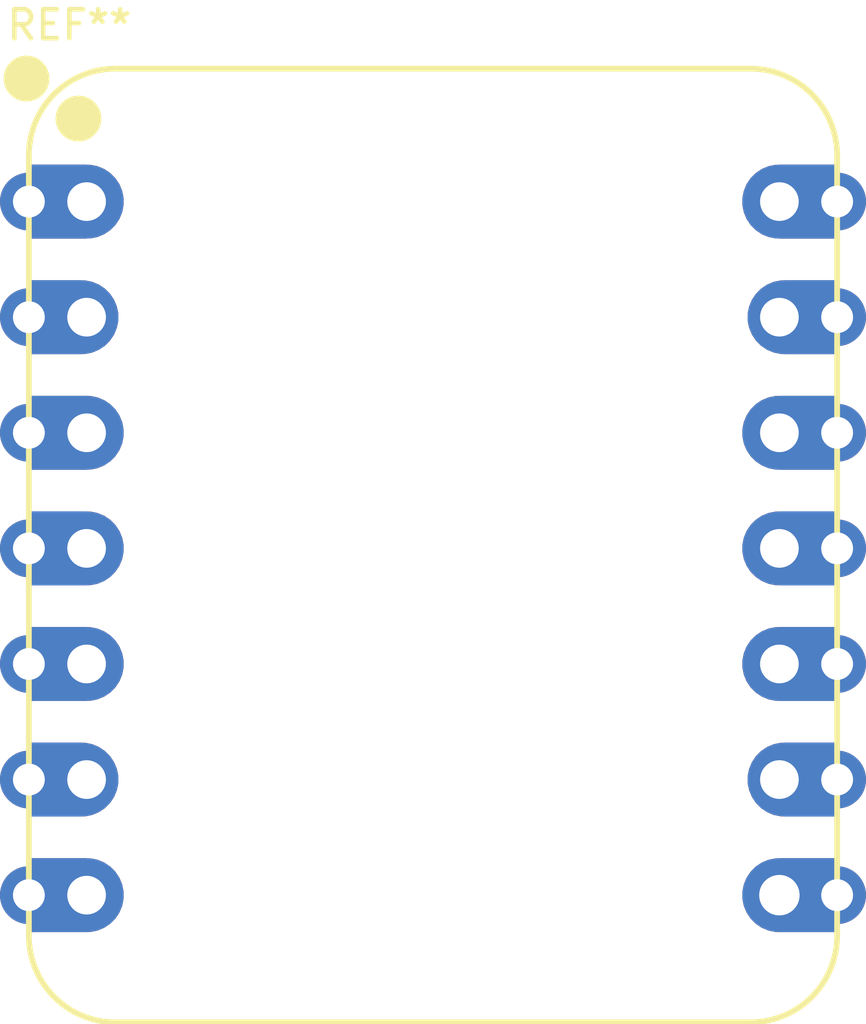
<source format=kicad_pcb>
(kicad_pcb (version 20241229) (generator "pcbnew") (generator_version "9.0")
  (layers (0 "F.Cu" signal) (2 "B.Cu" signal) (13 "F.Paste" user) (15 "B.Paste" user) (5 "F.SilkS" user "F.Silkscreen") (7 "B.SilkS" user "B.Silkscreen") (1 "F.Mask" user) (3 "B.Mask" user) (25 "Edge.Cuts" user))
  (net 0 "")
  (footprint "Seeed Studio XIAO Series Library:XIAO-Add-On" (layer "F.Cu") (at 159 70)
    (property "Reference" "REF**" (at -8 -11.5 0) (layer "F.SilkS") (effects (font (size 0.635 0.635) (thickness 0.1016))))
    (property "Value" "XIAO-Add-On")
    (fp_line (start -8.89 8.509) (end -8.89 -8.636) (stroke (width 0.127)) (layer "F.SilkS"))
    (fp_line (start -6.985 10.414) (end 6.985 10.414) (stroke (width 0.127)) (layer "F.SilkS"))
    (fp_line (start 6.985 -10.541) (end -6.985 -10.541) (stroke (width 0.127)) (layer "F.SilkS"))
    (fp_line (start 8.89 8.509) (end 8.89 -8.636) (stroke (width 0.127)) (layer "F.SilkS"))
    (fp_arc (start -8.89 -8.636) (mid -8.332038 -9.983038) (end -6.985 -10.541) (stroke (width 0.127)) (layer "F.SilkS"))
    (fp_arc (start -6.985 10.414) (mid -8.332038 9.856038) (end -8.89 8.509) (stroke (width 0.127)) (layer "F.SilkS"))
    (fp_arc (start 6.985 -10.541) (mid 8.332038 -9.983038) (end 8.89 -8.636) (stroke (width 0.127)) (layer "F.SilkS"))
    (fp_arc (start 8.89 8.509) (mid 8.332038 9.856038) (end 6.985 10.414) (stroke (width 0.127)) (layer "F.SilkS"))
    (fp_circle (center -8.942 -10.324) (end -8.942 -10.578) (stroke (width 0.5)) (fill yes) (layer "F.SilkS"))
    (fp_circle (center -7.799 -9.444) (end -7.799 -9.698) (stroke (width 0.5)) (fill yes) (layer "F.SilkS"))
    (pad "1" thru_hole circle (at -8.89 -7.62 270) (size 1.27 1.27) (drill 0.7) (layers "*.Cu" "*.Mask"))
    (pad "1" smd custom (at -8.278 -7.62 90) (size 1.626 1.325) (layers "F.Cu" "F.Mask" "F.Paste") (options (clearance outline) (anchor rect)) (primitives (gr_circle (center 0 0.663) (end 0.813 0.663) (width 0) (fill yes))))
    (pad "1" smd custom (at -8.278 -7.62 90) (size 1.626 1.325) (layers "B.Cu" "B.Mask" "B.Paste") (options (clearance outline) (anchor rect)) (primitives (gr_circle (center 0 0.663) (end -0.813 0.663) (width 0) (fill yes))))
    (pad "1" thru_hole roundrect (at -7.62 -7.62) (size 1.5 1.5) (drill 0.85) (layers "*.Cu" "*.Mask") (chamfer_ratio 0.2928932188) (chamfer top_left top_right bottom_left bottom_right))
    (pad "2" thru_hole circle (at -8.89 -5.08 270) (size 1.27 1.27) (drill 0.7) (layers "*.Cu" "*.Mask"))
    (pad "2" smd custom (at -8.337 -5.08 90) (size 1.626 1.208) (layers "F.Cu" "F.Mask" "F.Paste") (options (clearance outline) (anchor rect)) (primitives (gr_circle (center 0 0.6045) (end 0.813 0.6045) (width 0) (fill yes))))
    (pad "2" smd custom (at -8.337 -5.08 90) (size 1.626 1.208) (layers "B.Cu" "B.Mask" "B.Paste") (options (clearance outline) (anchor rect)) (primitives (gr_circle (center 0 0.6045) (end -0.813 0.6045) (width 0) (fill yes))))
    (pad "2" thru_hole circle (at -7.62 -5.08) (size 1.4 1.4) (drill 0.85) (layers "*.Cu"))
    (pad "3" thru_hole circle (at -8.89 -2.54 270) (size 1.27 1.27) (drill 0.7) (layers "*.Cu" "*.Mask"))
    (pad "3" smd custom (at -8.278 -2.54 90) (size 1.626 1.325) (layers "F.Cu" "F.Mask" "F.Paste") (options (clearance outline) (anchor rect)) (primitives (gr_circle (center 0 0.663) (end 0.813 0.663) (width 0) (fill yes))))
    (pad "3" smd custom (at -8.278 -2.54 90) (size 1.626 1.325) (layers "B.Cu" "B.Mask" "B.Paste") (options (clearance outline) (anchor rect)) (primitives (gr_circle (center 0 0.663) (end -0.813 0.663) (width 0) (fill yes))))
    (pad "3" thru_hole circle (at -7.62 -2.54) (size 1.5 1.5) (drill 0.85) (layers "*.Cu" "*.Mask"))
    (pad "4" thru_hole circle (at -8.89 0 270) (size 1.27 1.27) (drill 0.7) (layers "*.Cu" "*.Mask"))
    (pad "4" smd custom (at -8.278 0 90) (size 1.626 1.325) (layers "F.Cu" "F.Mask" "F.Paste") (options (clearance outline) (anchor rect)) (primitives (gr_circle (center 0 0.663) (end 0.813 0.663) (width 0) (fill yes))))
    (pad "4" smd custom (at -8.278 0 90) (size 1.626 1.325) (layers "B.Cu" "B.Mask" "B.Paste") (options (clearance outline) (anchor rect)) (primitives (gr_circle (center 0 0.663) (end -0.813 0.663) (width 0) (fill yes))))
    (pad "4" thru_hole circle (at -7.62 0) (size 1.5 1.5) (drill 0.85) (layers "*.Cu" "*.Mask"))
    (pad "5" thru_hole circle (at -8.89 2.54 270) (size 1.27 1.27) (drill 0.7) (layers "*.Cu" "*.Mask"))
    (pad "5" smd custom (at -8.278 2.54 90) (size 1.626 1.325) (layers "F.Cu" "F.Mask" "F.Paste") (options (clearance outline) (anchor rect)) (primitives (gr_circle (center 0 0.663) (end 0.813 0.663) (width 0) (fill yes))))
    (pad "5" smd custom (at -8.278 2.54 90) (size 1.626 1.325) (layers "B.Cu" "B.Mask" "B.Paste") (options (clearance outline) (anchor rect)) (primitives (gr_circle (center 0 0.663) (end -0.813 0.663) (width 0) (fill yes))))
    (pad "5" thru_hole circle (at -7.62 2.54) (size 1.5 1.5) (drill 0.85) (layers "*.Cu" "*.Mask"))
    (pad "6" thru_hole circle (at -8.89 5.08 270) (size 1.27 1.27) (drill 0.7) (layers "*.Cu" "*.Mask"))
    (pad "6" smd custom (at -8.337 5.08 90) (size 1.626 1.208) (layers "F.Cu" "F.Mask" "F.Paste") (options (clearance outline) (anchor rect)) (primitives (gr_circle (center 0 0.6045) (end 0.813 0.6045) (width 0) (fill yes))))
    (pad "6" smd custom (at -8.337 5.08 90) (size 1.626 1.208) (layers "B.Cu" "B.Mask" "B.Paste") (options (clearance outline) (anchor rect)) (primitives (gr_circle (center 0 0.6045) (end -0.813 0.6045) (width 0) (fill yes))))
    (pad "6" thru_hole circle (at -7.62 5.08) (size 1.4 1.4) (drill 0.85) (layers "*.Cu"))
    (pad "7" thru_hole circle (at -8.89 7.62 270) (size 1.27 1.27) (drill 0.7) (layers "*.Cu" "*.Mask"))
    (pad "7" smd custom (at -8.278 7.62 90) (size 1.626 1.325) (layers "F.Cu" "F.Mask" "F.Paste") (options (clearance outline) (anchor rect)) (primitives (gr_circle (center 0 0.663) (end 0.813 0.663) (width 0) (fill yes))))
    (pad "7" smd custom (at -8.278 7.62 90) (size 1.626 1.325) (layers "B.Cu" "B.Mask" "B.Paste") (options (clearance outline) (anchor rect)) (primitives (gr_circle (center 0 0.663) (end -0.813 0.663) (width 0) (fill yes))))
    (pad "7" thru_hole circle (at -7.62 7.62) (size 1.5 1.5) (drill 0.85) (layers "*.Cu" "*.Mask"))
    (pad "8" thru_hole circle (at 7.62 7.62) (size 1.524 1.524) (drill 0.889) (layers "*.Cu" "*.Mask"))
    (pad "8" smd custom (at 8.278 7.62 270) (size 1.626 1.325) (layers "F.Cu" "F.Mask" "F.Paste") (options (clearance outline) (anchor rect)) (primitives (gr_circle (center 0 0.663) (end 0.813 0.663) (width 0) (fill yes))))
    (pad "8" smd custom (at 8.278 7.62 270) (size 1.626 1.325) (layers "B.Cu" "B.Mask" "B.Paste") (options (clearance outline) (anchor rect)) (primitives (gr_circle (center 0 0.663) (end -0.813 0.663) (width 0) (fill yes))))
    (pad "8" thru_hole circle (at 8.89 7.62 90) (size 1.27 1.27) (drill 0.7) (layers "*.Cu" "*.Mask"))
    (pad "9" thru_hole circle (at 7.62 5.08 180) (size 1.4 1.4) (drill 0.85) (layers "*.Cu"))
    (pad "9" smd custom (at 8.337 5.08 270) (size 1.626 1.208) (layers "F.Cu" "F.Mask" "F.Paste") (options (clearance outline) (anchor rect)) (primitives (gr_circle (center 0 0.6045) (end 0.813 0.6045) (width 0) (fill yes))))
    (pad "9" smd custom (at 8.337 5.08 270) (size 1.626 1.208) (layers "B.Cu" "B.Mask" "B.Paste") (options (clearance outline) (anchor rect)) (primitives (gr_circle (center 0 0.6045) (end -0.813 0.6045) (width 0) (fill yes))))
    (pad "9" thru_hole circle (at 8.89 5.08 90) (size 1.27 1.27) (drill 0.7) (layers "*.Cu" "*.Mask"))
    (pad "10" thru_hole circle (at 7.62 2.54 180) (size 1.5 1.5) (drill 0.85) (layers "*.Cu" "*.Mask"))
    (pad "10" smd custom (at 8.278 2.54 270) (size 1.626 1.325) (layers "F.Cu" "F.Mask" "F.Paste") (options (clearance outline) (anchor rect)) (primitives (gr_circle (center 0 0.663) (end 0.813 0.663) (width 0) (fill yes))))
    (pad "10" smd custom (at 8.278 2.54 270) (size 1.626 1.325) (layers "B.Cu" "B.Mask" "B.Paste") (options (clearance outline) (anchor rect)) (primitives (gr_circle (center 0 0.663) (end -0.813 0.663) (width 0) (fill yes))))
    (pad "10" thru_hole circle (at 8.89 2.54 90) (size 1.27 1.27) (drill 0.7) (layers "*.Cu" "*.Mask"))
    (pad "11" thru_hole circle (at 7.62 0 180) (size 1.5 1.5) (drill 0.85) (layers "*.Cu" "*.Mask"))
    (pad "11" smd custom (at 8.278 0 270) (size 1.626 1.325) (layers "F.Cu" "F.Mask" "F.Paste") (options (clearance outline) (anchor rect)) (primitives (gr_circle (center 0 0.663) (end 0.813 0.663) (width 0) (fill yes))))
    (pad "11" smd custom (at 8.278 0 270) (size 1.626 1.325) (layers "B.Cu" "B.Mask" "B.Paste") (options (clearance outline) (anchor rect)) (primitives (gr_circle (center 0 0.663) (end -0.813 0.663) (width 0) (fill yes))))
    (pad "11" thru_hole circle (at 8.89 0 90) (size 1.27 1.27) (drill 0.7) (layers "*.Cu" "*.Mask"))
    (pad "12" thru_hole circle (at 7.62 -2.54 180) (size 1.5 1.5) (drill 0.85) (layers "*.Cu" "*.Mask"))
    (pad "12" smd custom (at 8.278 -2.54 270) (size 1.626 1.325) (layers "F.Cu" "F.Mask" "F.Paste") (options (clearance outline) (anchor rect)) (primitives (gr_circle (center 0 0.663) (end 0.813 0.663) (width 0) (fill yes))))
    (pad "12" smd custom (at 8.278 -2.54 270) (size 1.626 1.325) (layers "B.Cu" "B.Mask" "B.Paste") (options (clearance outline) (anchor rect)) (primitives (gr_circle (center 0 0.663) (end -0.813 0.663) (width 0) (fill yes))))
    (pad "12" thru_hole circle (at 8.89 -2.54 90) (size 1.27 1.27) (drill 0.7) (layers "*.Cu" "*.Mask"))
    (pad "13" thru_hole circle (at 7.62 -5.08 180) (size 1.4 1.4) (drill 0.85) (layers "*.Cu"))
    (pad "13" smd custom (at 8.337 -5.08 270) (size 1.626 1.208) (layers "F.Cu" "F.Mask" "F.Paste") (options (clearance outline) (anchor rect)) (primitives (gr_circle (center 0 0.6045) (end 0.813 0.6045) (width 0) (fill yes))))
    (pad "13" smd custom (at 8.337 -5.08 270) (size 1.626 1.208) (layers "B.Cu" "B.Mask" "B.Paste") (options (clearance outline) (anchor rect)) (primitives (gr_circle (center 0 0.6045) (end -0.813 0.6045) (width 0) (fill yes))))
    (pad "13" thru_hole circle (at 8.89 -5.08 90) (size 1.27 1.27) (drill 0.7) (layers "*.Cu" "*.Mask"))
    (pad "14" thru_hole circle (at 7.62 -7.62 180) (size 1.5 1.5) (drill 0.85) (layers "*.Cu" "*.Mask"))
    (pad "14" smd custom (at 8.278 -7.62 270) (size 1.626 1.325) (layers "F.Cu" "F.Mask" "F.Paste") (options (clearance outline) (anchor rect)) (primitives (gr_circle (center 0 0.663) (end 0.813 0.663) (width 0) (fill yes))))
    (pad "14" smd custom (at 8.278 -7.62 270) (size 1.626 1.325) (layers "B.Cu" "B.Mask" "B.Paste") (options (clearance outline) (anchor rect)) (primitives (gr_circle (center 0 0.663) (end -0.813 0.663) (width 0) (fill yes))))
    (pad "14" thru_hole circle (at 8.89 -7.62 90) (size 1.27 1.27) (drill 0.7) (layers "*.Cu" "*.Mask"))
  )
)
</source>
